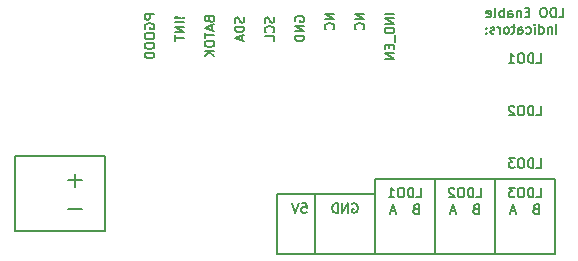
<source format=gbo>
G04 #@! TF.FileFunction,Legend,Bot*
%FSLAX46Y46*%
G04 Gerber Fmt 4.6, Leading zero omitted, Abs format (unit mm)*
G04 Created by KiCad (PCBNEW 4.0.6) date Sunday, December 17, 2017 'PMt' 09:14:31 PM*
%MOMM*%
%LPD*%
G01*
G04 APERTURE LIST*
%ADD10C,0.100000*%
%ADD11C,0.200000*%
G04 APERTURE END LIST*
D10*
D11*
X149225000Y-102870000D02*
X149225000Y-104140000D01*
X141605000Y-102870000D02*
X149225000Y-102870000D01*
X141605000Y-103505000D02*
X141605000Y-102870000D01*
X141605000Y-109220000D02*
X141605000Y-103505000D01*
X149225000Y-109220000D02*
X141605000Y-109220000D01*
X149225000Y-102870000D02*
X149225000Y-109220000D01*
X147256428Y-104927143D02*
X146113571Y-104927143D01*
X146685000Y-105498571D02*
X146685000Y-104355714D01*
X147256428Y-107377143D02*
X146113571Y-107377143D01*
X187661191Y-91101905D02*
X188042144Y-91101905D01*
X188042144Y-90301905D01*
X187394525Y-91101905D02*
X187394525Y-90301905D01*
X187204049Y-90301905D01*
X187089763Y-90340000D01*
X187013572Y-90416190D01*
X186975477Y-90492381D01*
X186937382Y-90644762D01*
X186937382Y-90759048D01*
X186975477Y-90911429D01*
X187013572Y-90987619D01*
X187089763Y-91063810D01*
X187204049Y-91101905D01*
X187394525Y-91101905D01*
X186442144Y-90301905D02*
X186289763Y-90301905D01*
X186213572Y-90340000D01*
X186137382Y-90416190D01*
X186099287Y-90568571D01*
X186099287Y-90835238D01*
X186137382Y-90987619D01*
X186213572Y-91063810D01*
X186289763Y-91101905D01*
X186442144Y-91101905D01*
X186518334Y-91063810D01*
X186594525Y-90987619D01*
X186632620Y-90835238D01*
X186632620Y-90568571D01*
X186594525Y-90416190D01*
X186518334Y-90340000D01*
X186442144Y-90301905D01*
X185146906Y-90682857D02*
X184880239Y-90682857D01*
X184765953Y-91101905D02*
X185146906Y-91101905D01*
X185146906Y-90301905D01*
X184765953Y-90301905D01*
X184423096Y-90568571D02*
X184423096Y-91101905D01*
X184423096Y-90644762D02*
X184385001Y-90606667D01*
X184308810Y-90568571D01*
X184194524Y-90568571D01*
X184118334Y-90606667D01*
X184080239Y-90682857D01*
X184080239Y-91101905D01*
X183356429Y-91101905D02*
X183356429Y-90682857D01*
X183394524Y-90606667D01*
X183470714Y-90568571D01*
X183623095Y-90568571D01*
X183699286Y-90606667D01*
X183356429Y-91063810D02*
X183432619Y-91101905D01*
X183623095Y-91101905D01*
X183699286Y-91063810D01*
X183737381Y-90987619D01*
X183737381Y-90911429D01*
X183699286Y-90835238D01*
X183623095Y-90797143D01*
X183432619Y-90797143D01*
X183356429Y-90759048D01*
X182975476Y-91101905D02*
X182975476Y-90301905D01*
X182975476Y-90606667D02*
X182899285Y-90568571D01*
X182746904Y-90568571D01*
X182670714Y-90606667D01*
X182632619Y-90644762D01*
X182594523Y-90720952D01*
X182594523Y-90949524D01*
X182632619Y-91025714D01*
X182670714Y-91063810D01*
X182746904Y-91101905D01*
X182899285Y-91101905D01*
X182975476Y-91063810D01*
X182137380Y-91101905D02*
X182213571Y-91063810D01*
X182251666Y-90987619D01*
X182251666Y-90301905D01*
X181527856Y-91063810D02*
X181604046Y-91101905D01*
X181756427Y-91101905D01*
X181832618Y-91063810D01*
X181870713Y-90987619D01*
X181870713Y-90682857D01*
X181832618Y-90606667D01*
X181756427Y-90568571D01*
X181604046Y-90568571D01*
X181527856Y-90606667D01*
X181489761Y-90682857D01*
X181489761Y-90759048D01*
X181870713Y-90835238D01*
X187451667Y-92501905D02*
X187451667Y-91701905D01*
X187070715Y-91968571D02*
X187070715Y-92501905D01*
X187070715Y-92044762D02*
X187032620Y-92006667D01*
X186956429Y-91968571D01*
X186842143Y-91968571D01*
X186765953Y-92006667D01*
X186727858Y-92082857D01*
X186727858Y-92501905D01*
X186004048Y-92501905D02*
X186004048Y-91701905D01*
X186004048Y-92463810D02*
X186080238Y-92501905D01*
X186232619Y-92501905D01*
X186308810Y-92463810D01*
X186346905Y-92425714D01*
X186385000Y-92349524D01*
X186385000Y-92120952D01*
X186346905Y-92044762D01*
X186308810Y-92006667D01*
X186232619Y-91968571D01*
X186080238Y-91968571D01*
X186004048Y-92006667D01*
X185623095Y-92501905D02*
X185623095Y-91968571D01*
X185623095Y-91701905D02*
X185661190Y-91740000D01*
X185623095Y-91778095D01*
X185585000Y-91740000D01*
X185623095Y-91701905D01*
X185623095Y-91778095D01*
X184899286Y-92463810D02*
X184975476Y-92501905D01*
X185127857Y-92501905D01*
X185204048Y-92463810D01*
X185242143Y-92425714D01*
X185280238Y-92349524D01*
X185280238Y-92120952D01*
X185242143Y-92044762D01*
X185204048Y-92006667D01*
X185127857Y-91968571D01*
X184975476Y-91968571D01*
X184899286Y-92006667D01*
X184213572Y-92501905D02*
X184213572Y-92082857D01*
X184251667Y-92006667D01*
X184327857Y-91968571D01*
X184480238Y-91968571D01*
X184556429Y-92006667D01*
X184213572Y-92463810D02*
X184289762Y-92501905D01*
X184480238Y-92501905D01*
X184556429Y-92463810D01*
X184594524Y-92387619D01*
X184594524Y-92311429D01*
X184556429Y-92235238D01*
X184480238Y-92197143D01*
X184289762Y-92197143D01*
X184213572Y-92159048D01*
X183946905Y-91968571D02*
X183642143Y-91968571D01*
X183832619Y-91701905D02*
X183832619Y-92387619D01*
X183794524Y-92463810D01*
X183718333Y-92501905D01*
X183642143Y-92501905D01*
X183261190Y-92501905D02*
X183337381Y-92463810D01*
X183375476Y-92425714D01*
X183413571Y-92349524D01*
X183413571Y-92120952D01*
X183375476Y-92044762D01*
X183337381Y-92006667D01*
X183261190Y-91968571D01*
X183146904Y-91968571D01*
X183070714Y-92006667D01*
X183032619Y-92044762D01*
X182994523Y-92120952D01*
X182994523Y-92349524D01*
X183032619Y-92425714D01*
X183070714Y-92463810D01*
X183146904Y-92501905D01*
X183261190Y-92501905D01*
X182651666Y-92501905D02*
X182651666Y-91968571D01*
X182651666Y-92120952D02*
X182613571Y-92044762D01*
X182575475Y-92006667D01*
X182499285Y-91968571D01*
X182423094Y-91968571D01*
X182194523Y-92463810D02*
X182118333Y-92501905D01*
X181965952Y-92501905D01*
X181889761Y-92463810D01*
X181851666Y-92387619D01*
X181851666Y-92349524D01*
X181889761Y-92273333D01*
X181965952Y-92235238D01*
X182080237Y-92235238D01*
X182156428Y-92197143D01*
X182194523Y-92120952D01*
X182194523Y-92082857D01*
X182156428Y-92006667D01*
X182080237Y-91968571D01*
X181965952Y-91968571D01*
X181889761Y-92006667D01*
X181508809Y-92425714D02*
X181470714Y-92463810D01*
X181508809Y-92501905D01*
X181546904Y-92463810D01*
X181508809Y-92425714D01*
X181508809Y-92501905D01*
X181508809Y-92006667D02*
X181470714Y-92044762D01*
X181508809Y-92082857D01*
X181546904Y-92044762D01*
X181508809Y-92006667D01*
X181508809Y-92082857D01*
X185737380Y-103866905D02*
X186118333Y-103866905D01*
X186118333Y-103066905D01*
X185470714Y-103866905D02*
X185470714Y-103066905D01*
X185280238Y-103066905D01*
X185165952Y-103105000D01*
X185089761Y-103181190D01*
X185051666Y-103257381D01*
X185013571Y-103409762D01*
X185013571Y-103524048D01*
X185051666Y-103676429D01*
X185089761Y-103752619D01*
X185165952Y-103828810D01*
X185280238Y-103866905D01*
X185470714Y-103866905D01*
X184518333Y-103066905D02*
X184365952Y-103066905D01*
X184289761Y-103105000D01*
X184213571Y-103181190D01*
X184175476Y-103333571D01*
X184175476Y-103600238D01*
X184213571Y-103752619D01*
X184289761Y-103828810D01*
X184365952Y-103866905D01*
X184518333Y-103866905D01*
X184594523Y-103828810D01*
X184670714Y-103752619D01*
X184708809Y-103600238D01*
X184708809Y-103333571D01*
X184670714Y-103181190D01*
X184594523Y-103105000D01*
X184518333Y-103066905D01*
X183908809Y-103066905D02*
X183413571Y-103066905D01*
X183680238Y-103371667D01*
X183565952Y-103371667D01*
X183489762Y-103409762D01*
X183451666Y-103447857D01*
X183413571Y-103524048D01*
X183413571Y-103714524D01*
X183451666Y-103790714D01*
X183489762Y-103828810D01*
X183565952Y-103866905D01*
X183794524Y-103866905D01*
X183870714Y-103828810D01*
X183908809Y-103790714D01*
X185737380Y-99421905D02*
X186118333Y-99421905D01*
X186118333Y-98621905D01*
X185470714Y-99421905D02*
X185470714Y-98621905D01*
X185280238Y-98621905D01*
X185165952Y-98660000D01*
X185089761Y-98736190D01*
X185051666Y-98812381D01*
X185013571Y-98964762D01*
X185013571Y-99079048D01*
X185051666Y-99231429D01*
X185089761Y-99307619D01*
X185165952Y-99383810D01*
X185280238Y-99421905D01*
X185470714Y-99421905D01*
X184518333Y-98621905D02*
X184365952Y-98621905D01*
X184289761Y-98660000D01*
X184213571Y-98736190D01*
X184175476Y-98888571D01*
X184175476Y-99155238D01*
X184213571Y-99307619D01*
X184289761Y-99383810D01*
X184365952Y-99421905D01*
X184518333Y-99421905D01*
X184594523Y-99383810D01*
X184670714Y-99307619D01*
X184708809Y-99155238D01*
X184708809Y-98888571D01*
X184670714Y-98736190D01*
X184594523Y-98660000D01*
X184518333Y-98621905D01*
X183870714Y-98698095D02*
X183832619Y-98660000D01*
X183756428Y-98621905D01*
X183565952Y-98621905D01*
X183489762Y-98660000D01*
X183451666Y-98698095D01*
X183413571Y-98774286D01*
X183413571Y-98850476D01*
X183451666Y-98964762D01*
X183908809Y-99421905D01*
X183413571Y-99421905D01*
X185737380Y-94976905D02*
X186118333Y-94976905D01*
X186118333Y-94176905D01*
X185470714Y-94976905D02*
X185470714Y-94176905D01*
X185280238Y-94176905D01*
X185165952Y-94215000D01*
X185089761Y-94291190D01*
X185051666Y-94367381D01*
X185013571Y-94519762D01*
X185013571Y-94634048D01*
X185051666Y-94786429D01*
X185089761Y-94862619D01*
X185165952Y-94938810D01*
X185280238Y-94976905D01*
X185470714Y-94976905D01*
X184518333Y-94176905D02*
X184365952Y-94176905D01*
X184289761Y-94215000D01*
X184213571Y-94291190D01*
X184175476Y-94443571D01*
X184175476Y-94710238D01*
X184213571Y-94862619D01*
X184289761Y-94938810D01*
X184365952Y-94976905D01*
X184518333Y-94976905D01*
X184594523Y-94938810D01*
X184670714Y-94862619D01*
X184708809Y-94710238D01*
X184708809Y-94443571D01*
X184670714Y-94291190D01*
X184594523Y-94215000D01*
X184518333Y-94176905D01*
X183413571Y-94976905D02*
X183870714Y-94976905D01*
X183642143Y-94976905D02*
X183642143Y-94176905D01*
X183718333Y-94291190D01*
X183794524Y-94367381D01*
X183870714Y-94405476D01*
X173716905Y-90805238D02*
X172916905Y-90805238D01*
X173716905Y-91186190D02*
X172916905Y-91186190D01*
X173716905Y-91643333D01*
X172916905Y-91643333D01*
X173716905Y-92024285D02*
X172916905Y-92024285D01*
X172916905Y-92214761D01*
X172955000Y-92329047D01*
X173031190Y-92405238D01*
X173107381Y-92443333D01*
X173259762Y-92481428D01*
X173374048Y-92481428D01*
X173526429Y-92443333D01*
X173602619Y-92405238D01*
X173678810Y-92329047D01*
X173716905Y-92214761D01*
X173716905Y-92024285D01*
X173793095Y-92633809D02*
X173793095Y-93243333D01*
X173297857Y-93433809D02*
X173297857Y-93700476D01*
X173716905Y-93814762D02*
X173716905Y-93433809D01*
X172916905Y-93433809D01*
X172916905Y-93814762D01*
X173716905Y-94157619D02*
X172916905Y-94157619D01*
X173716905Y-94614762D01*
X172916905Y-94614762D01*
X171176905Y-90811429D02*
X170376905Y-90811429D01*
X171176905Y-91268572D01*
X170376905Y-91268572D01*
X171100714Y-92106667D02*
X171138810Y-92068572D01*
X171176905Y-91954286D01*
X171176905Y-91878096D01*
X171138810Y-91763810D01*
X171062619Y-91687619D01*
X170986429Y-91649524D01*
X170834048Y-91611429D01*
X170719762Y-91611429D01*
X170567381Y-91649524D01*
X170491190Y-91687619D01*
X170415000Y-91763810D01*
X170376905Y-91878096D01*
X170376905Y-91954286D01*
X170415000Y-92068572D01*
X170453095Y-92106667D01*
X168636905Y-90811429D02*
X167836905Y-90811429D01*
X168636905Y-91268572D01*
X167836905Y-91268572D01*
X168560714Y-92106667D02*
X168598810Y-92068572D01*
X168636905Y-91954286D01*
X168636905Y-91878096D01*
X168598810Y-91763810D01*
X168522619Y-91687619D01*
X168446429Y-91649524D01*
X168294048Y-91611429D01*
X168179762Y-91611429D01*
X168027381Y-91649524D01*
X167951190Y-91687619D01*
X167875000Y-91763810D01*
X167836905Y-91878096D01*
X167836905Y-91954286D01*
X167875000Y-92068572D01*
X167913095Y-92106667D01*
X165335000Y-91465477D02*
X165296905Y-91389286D01*
X165296905Y-91275001D01*
X165335000Y-91160715D01*
X165411190Y-91084524D01*
X165487381Y-91046429D01*
X165639762Y-91008334D01*
X165754048Y-91008334D01*
X165906429Y-91046429D01*
X165982619Y-91084524D01*
X166058810Y-91160715D01*
X166096905Y-91275001D01*
X166096905Y-91351191D01*
X166058810Y-91465477D01*
X166020714Y-91503572D01*
X165754048Y-91503572D01*
X165754048Y-91351191D01*
X166096905Y-91846429D02*
X165296905Y-91846429D01*
X166096905Y-92303572D01*
X165296905Y-92303572D01*
X166096905Y-92684524D02*
X165296905Y-92684524D01*
X165296905Y-92875000D01*
X165335000Y-92989286D01*
X165411190Y-93065477D01*
X165487381Y-93103572D01*
X165639762Y-93141667D01*
X165754048Y-93141667D01*
X165906429Y-93103572D01*
X165982619Y-93065477D01*
X166058810Y-92989286D01*
X166096905Y-92875000D01*
X166096905Y-92684524D01*
X163518810Y-91122619D02*
X163556905Y-91236905D01*
X163556905Y-91427381D01*
X163518810Y-91503571D01*
X163480714Y-91541667D01*
X163404524Y-91579762D01*
X163328333Y-91579762D01*
X163252143Y-91541667D01*
X163214048Y-91503571D01*
X163175952Y-91427381D01*
X163137857Y-91275000D01*
X163099762Y-91198809D01*
X163061667Y-91160714D01*
X162985476Y-91122619D01*
X162909286Y-91122619D01*
X162833095Y-91160714D01*
X162795000Y-91198809D01*
X162756905Y-91275000D01*
X162756905Y-91465476D01*
X162795000Y-91579762D01*
X163480714Y-92379762D02*
X163518810Y-92341667D01*
X163556905Y-92227381D01*
X163556905Y-92151191D01*
X163518810Y-92036905D01*
X163442619Y-91960714D01*
X163366429Y-91922619D01*
X163214048Y-91884524D01*
X163099762Y-91884524D01*
X162947381Y-91922619D01*
X162871190Y-91960714D01*
X162795000Y-92036905D01*
X162756905Y-92151191D01*
X162756905Y-92227381D01*
X162795000Y-92341667D01*
X162833095Y-92379762D01*
X163556905Y-93103572D02*
X163556905Y-92722619D01*
X162756905Y-92722619D01*
X160978810Y-91103572D02*
X161016905Y-91217858D01*
X161016905Y-91408334D01*
X160978810Y-91484524D01*
X160940714Y-91522620D01*
X160864524Y-91560715D01*
X160788333Y-91560715D01*
X160712143Y-91522620D01*
X160674048Y-91484524D01*
X160635952Y-91408334D01*
X160597857Y-91255953D01*
X160559762Y-91179762D01*
X160521667Y-91141667D01*
X160445476Y-91103572D01*
X160369286Y-91103572D01*
X160293095Y-91141667D01*
X160255000Y-91179762D01*
X160216905Y-91255953D01*
X160216905Y-91446429D01*
X160255000Y-91560715D01*
X161016905Y-91903572D02*
X160216905Y-91903572D01*
X160216905Y-92094048D01*
X160255000Y-92208334D01*
X160331190Y-92284525D01*
X160407381Y-92322620D01*
X160559762Y-92360715D01*
X160674048Y-92360715D01*
X160826429Y-92322620D01*
X160902619Y-92284525D01*
X160978810Y-92208334D01*
X161016905Y-92094048D01*
X161016905Y-91903572D01*
X160788333Y-92665477D02*
X160788333Y-93046429D01*
X161016905Y-92589286D02*
X160216905Y-92855953D01*
X161016905Y-93122620D01*
X155860714Y-91160715D02*
X155898810Y-91198810D01*
X155936905Y-91160715D01*
X155898810Y-91122620D01*
X155860714Y-91160715D01*
X155936905Y-91160715D01*
X155632143Y-91160715D02*
X155175000Y-91122620D01*
X155136905Y-91160715D01*
X155175000Y-91198810D01*
X155632143Y-91160715D01*
X155136905Y-91160715D01*
X155936905Y-91541667D02*
X155136905Y-91541667D01*
X155936905Y-91922619D02*
X155136905Y-91922619D01*
X155936905Y-92379762D01*
X155136905Y-92379762D01*
X155136905Y-92646428D02*
X155136905Y-93103571D01*
X155936905Y-92875000D02*
X155136905Y-92875000D01*
X158057857Y-91300477D02*
X158095952Y-91414763D01*
X158134048Y-91452858D01*
X158210238Y-91490953D01*
X158324524Y-91490953D01*
X158400714Y-91452858D01*
X158438810Y-91414763D01*
X158476905Y-91338572D01*
X158476905Y-91033810D01*
X157676905Y-91033810D01*
X157676905Y-91300477D01*
X157715000Y-91376667D01*
X157753095Y-91414763D01*
X157829286Y-91452858D01*
X157905476Y-91452858D01*
X157981667Y-91414763D01*
X158019762Y-91376667D01*
X158057857Y-91300477D01*
X158057857Y-91033810D01*
X158248333Y-91795715D02*
X158248333Y-92176667D01*
X158476905Y-91719524D02*
X157676905Y-91986191D01*
X158476905Y-92252858D01*
X157676905Y-92405238D02*
X157676905Y-92862381D01*
X158476905Y-92633810D02*
X157676905Y-92633810D01*
X157676905Y-93281429D02*
X157676905Y-93433810D01*
X157715000Y-93510001D01*
X157791190Y-93586191D01*
X157943571Y-93624286D01*
X158210238Y-93624286D01*
X158362619Y-93586191D01*
X158438810Y-93510001D01*
X158476905Y-93433810D01*
X158476905Y-93281429D01*
X158438810Y-93205239D01*
X158362619Y-93129048D01*
X158210238Y-93090953D01*
X157943571Y-93090953D01*
X157791190Y-93129048D01*
X157715000Y-93205239D01*
X157676905Y-93281429D01*
X158476905Y-93967143D02*
X157676905Y-93967143D01*
X158476905Y-94424286D02*
X158019762Y-94081429D01*
X157676905Y-94424286D02*
X158134048Y-93967143D01*
X153396905Y-90862381D02*
X152596905Y-90862381D01*
X152596905Y-91167143D01*
X152635000Y-91243334D01*
X152673095Y-91281429D01*
X152749286Y-91319524D01*
X152863571Y-91319524D01*
X152939762Y-91281429D01*
X152977857Y-91243334D01*
X153015952Y-91167143D01*
X153015952Y-90862381D01*
X152635000Y-92081429D02*
X152596905Y-92005238D01*
X152596905Y-91890953D01*
X152635000Y-91776667D01*
X152711190Y-91700476D01*
X152787381Y-91662381D01*
X152939762Y-91624286D01*
X153054048Y-91624286D01*
X153206429Y-91662381D01*
X153282619Y-91700476D01*
X153358810Y-91776667D01*
X153396905Y-91890953D01*
X153396905Y-91967143D01*
X153358810Y-92081429D01*
X153320714Y-92119524D01*
X153054048Y-92119524D01*
X153054048Y-91967143D01*
X152596905Y-92614762D02*
X152596905Y-92767143D01*
X152635000Y-92843334D01*
X152711190Y-92919524D01*
X152863571Y-92957619D01*
X153130238Y-92957619D01*
X153282619Y-92919524D01*
X153358810Y-92843334D01*
X153396905Y-92767143D01*
X153396905Y-92614762D01*
X153358810Y-92538572D01*
X153282619Y-92462381D01*
X153130238Y-92424286D01*
X152863571Y-92424286D01*
X152711190Y-92462381D01*
X152635000Y-92538572D01*
X152596905Y-92614762D01*
X152596905Y-93452857D02*
X152596905Y-93605238D01*
X152635000Y-93681429D01*
X152711190Y-93757619D01*
X152863571Y-93795714D01*
X153130238Y-93795714D01*
X153282619Y-93757619D01*
X153358810Y-93681429D01*
X153396905Y-93605238D01*
X153396905Y-93452857D01*
X153358810Y-93376667D01*
X153282619Y-93300476D01*
X153130238Y-93262381D01*
X152863571Y-93262381D01*
X152711190Y-93300476D01*
X152635000Y-93376667D01*
X152596905Y-93452857D01*
X153396905Y-94138571D02*
X152596905Y-94138571D01*
X152596905Y-94329047D01*
X152635000Y-94443333D01*
X152711190Y-94519524D01*
X152787381Y-94557619D01*
X152939762Y-94595714D01*
X153054048Y-94595714D01*
X153206429Y-94557619D01*
X153282619Y-94519524D01*
X153358810Y-94443333D01*
X153396905Y-94329047D01*
X153396905Y-94138571D01*
X163830000Y-111125000D02*
X167005000Y-111125000D01*
X163830000Y-106045000D02*
X163830000Y-111125000D01*
X167005000Y-106045000D02*
X163830000Y-106045000D01*
X165887380Y-106876905D02*
X166268333Y-106876905D01*
X166306428Y-107257857D01*
X166268333Y-107219762D01*
X166192142Y-107181667D01*
X166001666Y-107181667D01*
X165925476Y-107219762D01*
X165887380Y-107257857D01*
X165849285Y-107334048D01*
X165849285Y-107524524D01*
X165887380Y-107600714D01*
X165925476Y-107638810D01*
X166001666Y-107676905D01*
X166192142Y-107676905D01*
X166268333Y-107638810D01*
X166306428Y-107600714D01*
X165620714Y-106876905D02*
X165354047Y-107676905D01*
X165087380Y-106876905D01*
X182245000Y-104775000D02*
X182245000Y-111125000D01*
X177165000Y-104775000D02*
X177165000Y-111125000D01*
X187325000Y-111125000D02*
X172085000Y-111125000D01*
X187325000Y-104775000D02*
X187325000Y-111125000D01*
X172085000Y-104775000D02*
X187325000Y-104775000D01*
X172085000Y-106045000D02*
X172085000Y-104775000D01*
X172085000Y-111125000D02*
X172085000Y-106045000D01*
X167005000Y-111125000D02*
X172085000Y-111125000D01*
X167005000Y-106045000D02*
X167005000Y-111125000D01*
X172085000Y-106045000D02*
X167005000Y-106045000D01*
X170154523Y-106915000D02*
X170230714Y-106876905D01*
X170344999Y-106876905D01*
X170459285Y-106915000D01*
X170535476Y-106991190D01*
X170573571Y-107067381D01*
X170611666Y-107219762D01*
X170611666Y-107334048D01*
X170573571Y-107486429D01*
X170535476Y-107562619D01*
X170459285Y-107638810D01*
X170344999Y-107676905D01*
X170268809Y-107676905D01*
X170154523Y-107638810D01*
X170116428Y-107600714D01*
X170116428Y-107334048D01*
X170268809Y-107334048D01*
X169773571Y-107676905D02*
X169773571Y-106876905D01*
X169316428Y-107676905D01*
X169316428Y-106876905D01*
X168935476Y-107676905D02*
X168935476Y-106876905D01*
X168745000Y-106876905D01*
X168630714Y-106915000D01*
X168554523Y-106991190D01*
X168516428Y-107067381D01*
X168478333Y-107219762D01*
X168478333Y-107334048D01*
X168516428Y-107486429D01*
X168554523Y-107562619D01*
X168630714Y-107638810D01*
X168745000Y-107676905D01*
X168935476Y-107676905D01*
X185737380Y-106341905D02*
X186118333Y-106341905D01*
X186118333Y-105541905D01*
X185470714Y-106341905D02*
X185470714Y-105541905D01*
X185280238Y-105541905D01*
X185165952Y-105580000D01*
X185089761Y-105656190D01*
X185051666Y-105732381D01*
X185013571Y-105884762D01*
X185013571Y-105999048D01*
X185051666Y-106151429D01*
X185089761Y-106227619D01*
X185165952Y-106303810D01*
X185280238Y-106341905D01*
X185470714Y-106341905D01*
X184518333Y-105541905D02*
X184365952Y-105541905D01*
X184289761Y-105580000D01*
X184213571Y-105656190D01*
X184175476Y-105808571D01*
X184175476Y-106075238D01*
X184213571Y-106227619D01*
X184289761Y-106303810D01*
X184365952Y-106341905D01*
X184518333Y-106341905D01*
X184594523Y-106303810D01*
X184670714Y-106227619D01*
X184708809Y-106075238D01*
X184708809Y-105808571D01*
X184670714Y-105656190D01*
X184594523Y-105580000D01*
X184518333Y-105541905D01*
X183908809Y-105541905D02*
X183413571Y-105541905D01*
X183680238Y-105846667D01*
X183565952Y-105846667D01*
X183489762Y-105884762D01*
X183451666Y-105922857D01*
X183413571Y-105999048D01*
X183413571Y-106189524D01*
X183451666Y-106265714D01*
X183489762Y-106303810D01*
X183565952Y-106341905D01*
X183794524Y-106341905D01*
X183870714Y-106303810D01*
X183908809Y-106265714D01*
X185680238Y-107322857D02*
X185565952Y-107360952D01*
X185527857Y-107399048D01*
X185489762Y-107475238D01*
X185489762Y-107589524D01*
X185527857Y-107665714D01*
X185565952Y-107703810D01*
X185642143Y-107741905D01*
X185946905Y-107741905D01*
X185946905Y-106941905D01*
X185680238Y-106941905D01*
X185604048Y-106980000D01*
X185565952Y-107018095D01*
X185527857Y-107094286D01*
X185527857Y-107170476D01*
X185565952Y-107246667D01*
X185604048Y-107284762D01*
X185680238Y-107322857D01*
X185946905Y-107322857D01*
X183965952Y-107513333D02*
X183585000Y-107513333D01*
X184042143Y-107741905D02*
X183775476Y-106941905D01*
X183508809Y-107741905D01*
X180657380Y-106341905D02*
X181038333Y-106341905D01*
X181038333Y-105541905D01*
X180390714Y-106341905D02*
X180390714Y-105541905D01*
X180200238Y-105541905D01*
X180085952Y-105580000D01*
X180009761Y-105656190D01*
X179971666Y-105732381D01*
X179933571Y-105884762D01*
X179933571Y-105999048D01*
X179971666Y-106151429D01*
X180009761Y-106227619D01*
X180085952Y-106303810D01*
X180200238Y-106341905D01*
X180390714Y-106341905D01*
X179438333Y-105541905D02*
X179285952Y-105541905D01*
X179209761Y-105580000D01*
X179133571Y-105656190D01*
X179095476Y-105808571D01*
X179095476Y-106075238D01*
X179133571Y-106227619D01*
X179209761Y-106303810D01*
X179285952Y-106341905D01*
X179438333Y-106341905D01*
X179514523Y-106303810D01*
X179590714Y-106227619D01*
X179628809Y-106075238D01*
X179628809Y-105808571D01*
X179590714Y-105656190D01*
X179514523Y-105580000D01*
X179438333Y-105541905D01*
X178790714Y-105618095D02*
X178752619Y-105580000D01*
X178676428Y-105541905D01*
X178485952Y-105541905D01*
X178409762Y-105580000D01*
X178371666Y-105618095D01*
X178333571Y-105694286D01*
X178333571Y-105770476D01*
X178371666Y-105884762D01*
X178828809Y-106341905D01*
X178333571Y-106341905D01*
X180600238Y-107322857D02*
X180485952Y-107360952D01*
X180447857Y-107399048D01*
X180409762Y-107475238D01*
X180409762Y-107589524D01*
X180447857Y-107665714D01*
X180485952Y-107703810D01*
X180562143Y-107741905D01*
X180866905Y-107741905D01*
X180866905Y-106941905D01*
X180600238Y-106941905D01*
X180524048Y-106980000D01*
X180485952Y-107018095D01*
X180447857Y-107094286D01*
X180447857Y-107170476D01*
X180485952Y-107246667D01*
X180524048Y-107284762D01*
X180600238Y-107322857D01*
X180866905Y-107322857D01*
X178885952Y-107513333D02*
X178505000Y-107513333D01*
X178962143Y-107741905D02*
X178695476Y-106941905D01*
X178428809Y-107741905D01*
X175577380Y-106341905D02*
X175958333Y-106341905D01*
X175958333Y-105541905D01*
X175310714Y-106341905D02*
X175310714Y-105541905D01*
X175120238Y-105541905D01*
X175005952Y-105580000D01*
X174929761Y-105656190D01*
X174891666Y-105732381D01*
X174853571Y-105884762D01*
X174853571Y-105999048D01*
X174891666Y-106151429D01*
X174929761Y-106227619D01*
X175005952Y-106303810D01*
X175120238Y-106341905D01*
X175310714Y-106341905D01*
X174358333Y-105541905D02*
X174205952Y-105541905D01*
X174129761Y-105580000D01*
X174053571Y-105656190D01*
X174015476Y-105808571D01*
X174015476Y-106075238D01*
X174053571Y-106227619D01*
X174129761Y-106303810D01*
X174205952Y-106341905D01*
X174358333Y-106341905D01*
X174434523Y-106303810D01*
X174510714Y-106227619D01*
X174548809Y-106075238D01*
X174548809Y-105808571D01*
X174510714Y-105656190D01*
X174434523Y-105580000D01*
X174358333Y-105541905D01*
X173253571Y-106341905D02*
X173710714Y-106341905D01*
X173482143Y-106341905D02*
X173482143Y-105541905D01*
X173558333Y-105656190D01*
X173634524Y-105732381D01*
X173710714Y-105770476D01*
X175520238Y-107322857D02*
X175405952Y-107360952D01*
X175367857Y-107399048D01*
X175329762Y-107475238D01*
X175329762Y-107589524D01*
X175367857Y-107665714D01*
X175405952Y-107703810D01*
X175482143Y-107741905D01*
X175786905Y-107741905D01*
X175786905Y-106941905D01*
X175520238Y-106941905D01*
X175444048Y-106980000D01*
X175405952Y-107018095D01*
X175367857Y-107094286D01*
X175367857Y-107170476D01*
X175405952Y-107246667D01*
X175444048Y-107284762D01*
X175520238Y-107322857D01*
X175786905Y-107322857D01*
X173805952Y-107513333D02*
X173425000Y-107513333D01*
X173882143Y-107741905D02*
X173615476Y-106941905D01*
X173348809Y-107741905D01*
M02*

</source>
